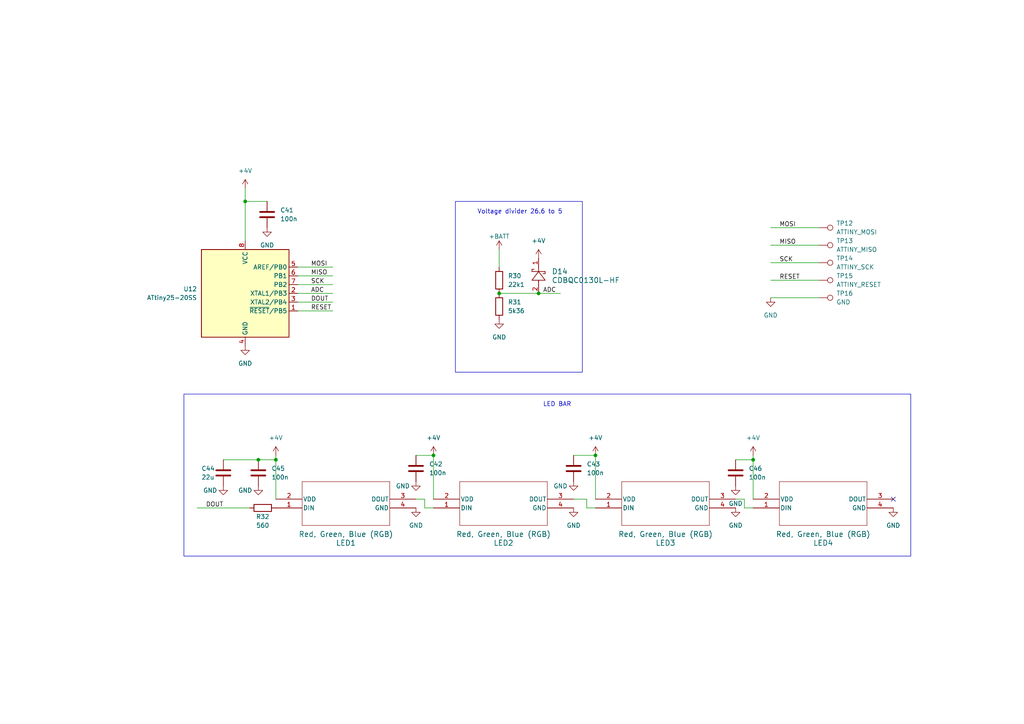
<source format=kicad_sch>
(kicad_sch (version 20231120) (generator "eeschema") (generator_version "8.0")
  (paper "A4")
  (lib_symbols
    (symbol "Connector:TestPoint" (pin_numbers hide) (pin_names (offset 0.762) hide)
      (property "Reference" "TP" (at 0 6.858 0))
      (property "Value" "TestPoint" (at 0 5.08 0))
      (symbol "TestPoint_0_1"
        (circle (center 0 3.302) (radius 0.762))
      )
      (symbol "TestPoint_1_1"
        (pin passive line (at 0 0 90) (length 2.54) (name "1") (number "1"))
      )
    )
    (symbol "Device:C" (pin_numbers hide) (pin_names (offset 0.254))
      (property "Reference" "C" (at 0.635 2.54 0))
      (property "Value" "C" (at 0.635 -2.54 0))
      (symbol "C_0_1"
        (polyline (pts (xy -2.032 -0.762) (xy 2.032 -0.762)) (stroke (width 0.508)))
        (polyline (pts (xy -2.032 0.762) (xy 2.032 0.762)) (stroke (width 0.508)))
      )
      (symbol "C_1_1"
        (pin passive line (at 0 3.81 270) (length 2.794) (name "~") (number "1"))
        (pin passive line (at 0 -3.81 90) (length 2.794) (name "~") (number "2"))
      )
    )
    (symbol "Device:R" (pin_numbers hide) (pin_names (offset 0))
      (property "Reference" "R" (at 2.032 0 90))
      (property "Value" "R" (at 0 0 90))
      (symbol "R_0_1"
        (rectangle (start -1.016 -2.54) (end 1.016 2.54) (stroke (width 0.254)))
      )
      (symbol "R_1_1"
        (pin passive line (at 0 3.81 270) (length 1.27) (name "~") (number "1"))
        (pin passive line (at 0 -3.81 90) (length 1.27) (name "~") (number "2"))
      )
    )
    (symbol "MCU_Microchip_ATtiny:ATtiny25-20SS"
      (property "Reference" "U" (at -12.7 13.97 0))
      (property "Value" "ATtiny25-20SS" (at 2.54 -13.97 0))
      (symbol "ATtiny25-20SS_0_1"
        (rectangle (start -12.7 -12.7) (end 12.7 12.7) (stroke (width 0.254)) (fill (type background)))
      )
      (symbol "ATtiny25-20SS_1_1"
        (pin bidirectional line (at 15.24 -5.08 180) (length 2.54) (name "~{RESET}/PB5") (number "1"))
        (pin bidirectional line (at 15.24 0 180) (length 2.54) (name "XTAL1/PB3") (number "2"))
        (pin bidirectional line (at 15.24 -2.54 180) (length 2.54) (name "XTAL2/PB4") (number "3"))
        (pin power_in line (at 0 -15.24 90) (length 2.54) (name "GND") (number "4"))
        (pin bidirectional line (at 15.24 7.62 180) (length 2.54) (name "AREF/PB0") (number "5"))
        (pin bidirectional line (at 15.24 5.08 180) (length 2.54) (name "PB1") (number "6"))
        (pin bidirectional line (at 15.24 2.54 180) (length 2.54) (name "PB2") (number "7"))
        (pin power_in line (at 0 15.24 270) (length 2.54) (name "VCC") (number "8"))
      )
    )
    (symbol "Project_Library:CDBZC0130L-HF" (pin_names (offset 0.254))
      (property "Reference" "CR" (at 5.08 4.445 0))
      (property "Value" "CDBZC0130L-HF" (at 5.08 -3.81 0))
      (symbol "CDBZC0130L-HF_0_1"
        (polyline (pts (xy 2.54 0) (xy 3.4798 0)) (stroke (width 0.2032)))
        (polyline (pts (xy 3.175 0) (xy 3.81 0)) (stroke (width 0.2032)))
        (polyline (pts (xy 3.81 -1.905) (xy 6.35 0)) (stroke (width 0.2032)))
        (polyline (pts (xy 3.81 1.905) (xy 3.81 -1.905)) (stroke (width 0.2032)))
        (polyline (pts (xy 5.715 -1.905) (xy 5.715 -1.27)) (stroke (width 0.2032)))
        (polyline (pts (xy 6.35 -1.905) (xy 5.715 -1.905)) (stroke (width 0.2032)))
        (polyline (pts (xy 6.35 -1.905) (xy 6.35 1.905)) (stroke (width 0.2032)))
        (polyline (pts (xy 6.35 0) (xy 3.81 1.905)) (stroke (width 0.2032)))
        (polyline (pts (xy 6.35 0) (xy 7.62 0)) (stroke (width 0.2032)))
        (polyline (pts (xy 6.35 1.905) (xy 6.985 1.905)) (stroke (width 0.2032)))
        (polyline (pts (xy 6.985 1.905) (xy 6.985 1.27)) (stroke (width 0.2032)))
      )
      (symbol "CDBZC0130L-HF_1_1"
        (pin passive line (at 10.16 0 180) (length 2.54) (name "") (number "1"))
        (pin passive line (at 0 0 0) (length 2.54) (name "") (number "2"))
      )
    )
    (symbol "Project_Library:IN-PI15TAT5R5G5B" (pin_names (offset 0.254))
      (property "Reference" "LED" (at 20.32 10.16 0))
      (property "Value" "IN-PI15TAT5R5G5B" (at 20.32 7.62 0))
      (symbol "IN-PI15TAT5R5G5B_0_1"
        (polyline (pts (xy 7.62 -7.62) (xy 33.02 -7.62)) (stroke (width 0.127)))
        (polyline (pts (xy 7.62 5.08) (xy 7.62 -7.62)) (stroke (width 0.127)))
        (polyline (pts (xy 33.02 -7.62) (xy 33.02 5.08)) (stroke (width 0.127)))
        (polyline (pts (xy 33.02 5.08) (xy 7.62 5.08)) (stroke (width 0.127)))
        (pin input line (at 0 0 0) (length 7.62) (name "DIN") (number "1"))
        (pin power_in line (at 0 -2.54 0) (length 7.62) (name "VDD") (number "2"))
        (pin output line (at 40.64 -2.54 180) (length 7.62) (name "DOUT") (number "3"))
      )
      (symbol "IN-PI15TAT5R5G5B_1_1"
        (pin power_in line (at 40.64 0 180) (length 7.62) (name "GND") (number "4"))
      )
    )
    (symbol "power:+4V" (power) (pin_names (offset 0))
      (property "Value" "+4V" (at 0 3.556 0))
      (symbol "+4V_0_1"
        (polyline (pts (xy -0.762 1.27) (xy 0 2.54)))
        (polyline (pts (xy 0 0) (xy 0 2.54)))
        (polyline (pts (xy 0 2.54) (xy 0.762 1.27)))
      )
      (symbol "+4V_1_1"
        (pin power_in line (at 0 0 90) (length 0) hide (name "+4V") (number "1"))
      )
    )
    (symbol "power:+BATT" (power) (pin_names (offset 0))
      (property "Value" "+BATT" (at 0 3.556 0))
      (symbol "+BATT_0_1"
        (polyline (pts (xy -0.762 1.27) (xy 0 2.54)))
        (polyline (pts (xy 0 0) (xy 0 2.54)))
        (polyline (pts (xy 0 2.54) (xy 0.762 1.27)))
      )
      (symbol "+BATT_1_1"
        (pin power_in line (at 0 0 90) (length 0) hide (name "+BATT") (number "1"))
      )
    )
    (symbol "power:GND" (power) (pin_names (offset 0))
      (property "Value" "GND" (at 0 -3.81 0))
      (symbol "GND_0_1"
        (polyline (pts (xy 0 0) (xy 0 -1.27) (xy 1.27 -1.27) (xy 0 -2.54) (xy -1.27 -1.27) (xy 0 -1.27)))
      )
      (symbol "GND_1_1"
        (pin power_in line (at 0 0 270) (length 0) hide (name "GND") (number "1"))
      )
    )
  )
  (junction (at 172.72 132.08))
  (junction (at 74.93 133.35))
  (junction (at 218.44 133.35))
  (junction (at 125.73 132.08))
  (junction (at 71.12 58.42))
  (junction (at 156.21 85.09))
  (junction (at 80.01 133.35))
  (junction (at 144.78 85.09))
  (no_connect (at 259.08 144.78))
  (wire (pts (xy 120.65 144.78) (xy 123.19 144.78)))
  (wire (pts (xy 172.72 132.08) (xy 172.72 144.78)))
  (wire (pts (xy 170.18 147.32) (xy 172.72 147.32)))
  (wire (pts (xy 125.73 132.08) (xy 125.73 144.78)))
  (wire (pts (xy 223.52 86.36) (xy 237.49 86.36)))
  (wire (pts (xy 74.93 133.35) (xy 80.01 133.35)))
  (wire (pts (xy 86.36 85.09) (xy 96.52 85.09)))
  (wire (pts (xy 86.36 87.63) (xy 96.52 87.63)))
  (wire (pts (xy 213.36 133.35) (xy 218.44 133.35)))
  (wire (pts (xy 80.01 133.35) (xy 80.01 144.78)))
  (wire (pts (xy 215.9 147.32) (xy 218.44 147.32)))
  (wire (pts (xy 215.9 144.78) (xy 215.9 147.32)))
  (wire (pts (xy 71.12 54.61) (xy 71.12 58.42)))
  (wire (pts (xy 223.52 66.04) (xy 237.49 66.04)))
  (wire (pts (xy 123.19 144.78) (xy 123.19 147.32)))
  (wire (pts (xy 218.44 132.08) (xy 218.44 133.35)))
  (wire (pts (xy 223.52 76.2) (xy 237.49 76.2)))
  (wire (pts (xy 144.78 85.09) (xy 156.21 85.09)))
  (wire (pts (xy 156.21 85.09) (xy 162.56 85.09)))
  (wire (pts (xy 213.36 144.78) (xy 215.9 144.78)))
  (wire (pts (xy 218.44 133.35) (xy 218.44 144.78)))
  (wire (pts (xy 86.36 90.17) (xy 96.52 90.17)))
  (wire (pts (xy 123.19 147.32) (xy 125.73 147.32)))
  (wire (pts (xy 223.52 81.28) (xy 237.49 81.28)))
  (wire (pts (xy 120.65 132.08) (xy 125.73 132.08)))
  (wire (pts (xy 71.12 58.42) (xy 71.12 69.85)))
  (wire (pts (xy 144.78 72.39) (xy 144.78 77.47)))
  (wire (pts (xy 80.01 132.08) (xy 80.01 133.35)))
  (wire (pts (xy 170.18 144.78) (xy 170.18 147.32)))
  (wire (pts (xy 71.12 58.42) (xy 77.47 58.42)))
  (wire (pts (xy 166.37 144.78) (xy 170.18 144.78)))
  (wire (pts (xy 166.37 132.08) (xy 172.72 132.08)))
  (wire (pts (xy 223.52 71.12) (xy 237.49 71.12)))
  (wire (pts (xy 86.36 80.01) (xy 96.52 80.01)))
  (wire (pts (xy 86.36 77.47) (xy 96.52 77.47)))
  (wire (pts (xy 57.15 147.32) (xy 72.39 147.32)))
  (wire (pts (xy 64.77 133.35) (xy 74.93 133.35)))
  (wire (pts (xy 86.36 82.55) (xy 96.52 82.55)))
  (rectangle (start 53.34 114.3) (end 264.16 161.29))
  (rectangle (start 132.08 58.42) (end 168.91 107.95))
  (text "Voltage divider 26.6 to 5" (at 138.43 62.23 0) (effects (font (size 1.27 1.27)) (justify left bottom)))
  (text "LED BAR" (at 157.48 118.11 0) (effects (font (size 1.27 1.27)) (justify left bottom)))
  (label "MISO" (at 90.17 80.01 0))
  (label "MOSI" (at 90.17 77.47 0))
  (label "DOUT" (at 59.69 147.32 0))
  (label "RESET" (at 90.17 90.17 0))
  (label "ADC" (at 157.48 85.09 0))
  (label "SCK" (at 226.06 76.2 0))
  (label "SCK" (at 90.17 82.55 0))
  (label "ADC" (at 90.17 85.09 0))
  (label "MOSI" (at 226.06 66.04 0))
  (label "RESET" (at 226.06 81.28 0))
  (label "DOUT" (at 90.17 87.63 0))
  (label "MISO" (at 226.06 71.12 0))
  (symbol (lib_id "Device:R") (at 144.78 88.9 0) (unit 1)
    (property "Reference" "R31" (at 147.32 87.6299 0) (effects (justify left)))
    (property "Value" "5k36" (at 147.32 90.1699 0) (effects (justify left)))
    (property "Footprint" "Project:R_0201_0603Metric" (effects (hide yes)))
    (property "Tolerance" "1%" (effects (hide yes)))
    (property "Manufactorer" "YAGEO" (effects (hide yes)))
    (property "Part Number" "RC0201FR-074K99L" (effects (hide yes)))
  )
  (symbol (lib_id "Project_Library:IN-PI15TAT5R5G5B") (at 172.72 147.32 0) (mirror x) (unit 1)
    (property "Reference" "LED3" (at 193.04 157.48 0) (effects (font (size 1.524 1.524))))
    (property "Value" "Red, Green, Blue (RGB)" (at 193.04 154.94 0) (effects (font (size 1.524 1.524))))
    (property "Footprint" "Project:IN-PI15_INL" (effects (hide yes)))
    (property "Datasheet" "IN-PI15TAT5R5G5B" (effects (hide yes)))
    (property "Manufactorer" "Inolux" (effects (hide yes)))
    (property "Part Number" "IN-PI15TAT5R5G5B" (effects (hide yes)))
  )
  (symbol (lib_id "power:GND") (at 74.93 140.97 0) (unit 1)
    (property "Reference" "#PWR0183" (effects (hide yes)))
    (property "Value" "GND" (at 71.12 142.24 0))
  )
  (symbol (lib_id "power:+4V") (at 125.73 132.08 0) (unit 1)
    (property "Reference" "#PWR0188" (effects (hide yes)))
    (property "Value" "+4V" (at 125.73 127 0))
  )
  (symbol (lib_id "power:+4V") (at 71.12 54.61 0) (unit 1)
    (property "Reference" "#PWR0181" (effects (hide yes)))
    (property "Value" "+4V" (at 71.12 49.53 0))
  )
  (symbol (lib_id "Device:C") (at 77.47 62.23 0) (unit 1)
    (property "Reference" "C41" (at 81.28 60.96 0) (effects (justify left)))
    (property "Value" "100n" (at 81.28 63.5 0) (effects (justify left)))
    (property "Footprint" "Project:C_0201_0603Metric" (effects (hide yes)))
    (property "Manufactorer" "Murata" (effects (hide yes)))
    (property "Part Number" "GRM033R61C104KE14D" (effects (hide yes)))
    (property "Voltage" "16" (effects (hide yes)))
    (property "Tolerance" "10%" (effects (hide yes)))
  )
  (symbol (lib_id "Device:R") (at 76.2 147.32 270) (unit 1)
    (property "Reference" "R32" (at 76.2 149.86 90))
    (property "Value" "560" (at 76.2 152.4 90))
    (property "Footprint" "Project:R_0201_0603Metric" (effects (hide yes)))
    (property "Manufactorer" "YAGEO" (effects (hide yes)))
    (property "Part Number" "RC0402FR-07560RL" (effects (hide yes)))
    (property "Tolerance" "1%" (effects (hide yes)))
  )
  (symbol (lib_id "Project_Library:IN-PI15TAT5R5G5B") (at 80.01 147.32 0) (mirror x) (unit 1)
    (property "Reference" "LED1" (at 100.33 157.48 0) (effects (font (size 1.524 1.524))))
    (property "Value" "Red, Green, Blue (RGB)" (at 100.33 154.94 0) (effects (font (size 1.524 1.524))))
    (property "Footprint" "Project:IN-PI15_INL" (effects (hide yes)))
    (property "Datasheet" "IN-PI15TAT5R5G5B" (effects (hide yes)))
    (property "Manufactorer" "Inolux" (effects (hide yes)))
    (property "Part Number" "IN-PI15TAT5R5G5B" (effects (hide yes)))
  )
  (symbol (lib_id "Device:C") (at 120.65 135.89 0) (unit 1)
    (property "Reference" "C42" (at 124.46 134.62 0) (effects (justify left)))
    (property "Value" "100n" (at 124.46 137.16 0) (effects (justify left)))
    (property "Footprint" "Project:C_0201_0603Metric" (effects (hide yes)))
    (property "Tolerance" "10%" (effects (hide yes)))
    (property "Manufactorer" "Murata" (effects (hide yes)))
    (property "Part Number" "GRM033R61C104KE14D" (effects (hide yes)))
    (property "Voltage" "16" (effects (hide yes)))
  )
  (symbol (lib_id "power:GND") (at 259.08 147.32 0) (unit 1)
    (property "Reference" "#PWR0198" (effects (hide yes)))
    (property "Value" "GND" (at 259.08 152.4 0))
  )
  (symbol (lib_id "power:GND") (at 223.52 86.36 0) (unit 1)
    (property "Reference" "#PWR0197" (effects (hide yes)))
    (property "Value" "GND" (at 223.52 91.44 0))
  )
  (symbol (lib_id "power:GND") (at 120.65 139.7 0) (unit 1)
    (property "Reference" "#PWR0186" (effects (hide yes)))
    (property "Value" "GND" (at 116.84 140.97 0))
  )
  (symbol (lib_id "power:+4V") (at 218.44 132.08 0) (unit 1)
    (property "Reference" "#PWR0196" (effects (hide yes)))
    (property "Value" "+4V" (at 218.44 127 0))
  )
  (symbol (lib_id "power:GND") (at 64.77 140.97 0) (unit 1)
    (property "Reference" "#PWR0180" (effects (hide yes)))
    (property "Value" "GND" (at 60.96 142.24 0))
  )
  (symbol (lib_id "Device:C") (at 213.36 137.16 0) (unit 1)
    (property "Reference" "C46" (at 217.17 135.89 0) (effects (justify left)))
    (property "Value" "100n" (at 217.17 138.43 0) (effects (justify left)))
    (property "Footprint" "Project:C_0201_0603Metric" (effects (hide yes)))
    (property "Manufactorer" "Murata" (effects (hide yes)))
    (property "Part Number" "GRM033R61C104KE14D" (effects (hide yes)))
    (property "Voltage" "16" (effects (hide yes)))
    (property "Tolerance" "10%" (effects (hide yes)))
  )
  (symbol (lib_id "power:GND") (at 166.37 139.7 0) (unit 1)
    (property "Reference" "#PWR0191" (effects (hide yes)))
    (property "Value" "GND" (at 162.56 140.97 0))
  )
  (symbol (lib_id "Connector:TestPoint") (at 237.49 86.36 270) (mirror x) (unit 1)
    (property "Reference" "TP16" (at 242.57 85.09 90) (effects (justify left)))
    (property "Value" "GND" (at 242.57 87.63 90) (effects (justify left)))
    (property "Footprint" "Project:TestPoint_Pad_1.0x1.5mm" (effects (hide yes)))
    (property "Note" "DNP" (effects (hide yes)))
    (property "Assemby" "Copper pad: no assembly required" (effects (hide yes)))
  )
  (symbol (lib_id "Project_Library:IN-PI15TAT5R5G5B") (at 125.73 147.32 0) (mirror x) (unit 1)
    (property "Reference" "LED2" (at 146.05 157.48 0) (effects (font (size 1.524 1.524))))
    (property "Value" "Red, Green, Blue (RGB)" (at 146.05 154.94 0) (effects (font (size 1.524 1.524))))
    (property "Footprint" "Project:IN-PI15_INL" (effects (hide yes)))
    (property "Datasheet" "IN-PI15TAT5R5G5B" (effects (hide yes)))
    (property "Manufactorer" "Inolux" (effects (hide yes)))
    (property "Part Number" "IN-PI15TAT5R5G5B" (effects (hide yes)))
  )
  (symbol (lib_id "power:+4V") (at 156.21 74.93 0) (unit 1)
    (property "Reference" "#PWR024" (effects (hide yes)))
    (property "Value" "+4V" (at 156.21 69.85 0))
  )
  (symbol (lib_id "power:GND") (at 144.78 92.71 0) (unit 1)
    (property "Reference" "#PWR0190" (effects (hide yes)))
    (property "Value" "GND" (at 144.78 97.79 0))
  )
  (symbol (lib_id "power:+4V") (at 80.01 132.08 0) (unit 1)
    (property "Reference" "#PWR0185" (effects (hide yes)))
    (property "Value" "+4V" (at 80.01 127 0))
  )
  (symbol (lib_id "Device:C") (at 64.77 137.16 0) (unit 1)
    (property "Reference" "C44" (at 58.42 135.89 0) (effects (justify left)))
    (property "Value" "22u" (at 58.42 138.43 0) (effects (justify left)))
    (property "Footprint" "Capacitor_SMD:C_1206_3216Metric" (effects (hide yes)))
    (property "Tolerance" "10%" (effects (hide yes)))
    (property "Manufactorer" "Murata" (effects (hide yes)))
    (property "Part Number" "GRT31CC81C226KE01L" (effects (hide yes)))
    (property "Voltage" "16" (effects (hide yes)))
  )
  (symbol (lib_id "Device:C") (at 166.37 135.89 0) (unit 1)
    (property "Reference" "C43" (at 170.18 134.62 0) (effects (justify left)))
    (property "Value" "100n" (at 170.18 137.16 0) (effects (justify left)))
    (property "Footprint" "Project:C_0201_0603Metric" (effects (hide yes)))
    (property "Manufactorer" "Murata" (effects (hide yes)))
    (property "Part Number" "GRM033R61C104KE14D" (effects (hide yes)))
    (property "Voltage" "16" (effects (hide yes)))
    (property "Tolerance" "10%" (effects (hide yes)))
  )
  (symbol (lib_id "Connector:TestPoint") (at 237.49 81.28 270) (mirror x) (unit 1)
    (property "Reference" "TP15" (at 242.57 80.01 90) (effects (justify left)))
    (property "Value" "ATTINY_RESET" (at 242.57 82.55 90) (effects (justify left)))
    (property "Footprint" "Project:TestPoint_Pad_1.0x1.5mm" (effects (hide yes)))
    (property "Note" "DNP" (effects (hide yes)))
    (property "Assemby" "Copper pad: no assembly required" (effects (hide yes)))
  )
  (symbol (lib_id "power:GND") (at 166.37 147.32 0) (unit 1)
    (property "Reference" "#PWR0192" (effects (hide yes)))
    (property "Value" "GND" (at 166.37 152.4 0))
  )
  (symbol (lib_id "Device:C") (at 74.93 137.16 0) (unit 1)
    (property "Reference" "C45" (at 78.74 135.89 0) (effects (justify left)))
    (property "Value" "100n" (at 78.74 138.43 0) (effects (justify left)))
    (property "Footprint" "Project:C_0201_0603Metric" (effects (hide yes)))
    (property "Manufactorer" "Murata" (effects (hide yes)))
    (property "Part Number" "GRM033R61C104KE14D" (effects (hide yes)))
    (property "Voltage" "16" (effects (hide yes)))
    (property "Tolerance" "10%" (effects (hide yes)))
  )
  (symbol (lib_id "Connector:TestPoint") (at 237.49 76.2 270) (mirror x) (unit 1)
    (property "Reference" "TP14" (at 242.57 74.93 90) (effects (justify left)))
    (property "Value" "ATTINY_SCK" (at 242.57 77.47 90) (effects (justify left)))
    (property "Footprint" "Project:TestPoint_Pad_1.0x1.5mm" (effects (hide yes)))
    (property "Note" "DNP" (effects (hide yes)))
    (property "Assemby" "Copper pad: no assembly required" (effects (hide yes)))
  )
  (symbol (lib_id "power:+BATT") (at 144.78 72.39 0) (unit 1)
    (property "Reference" "#PWR0189" (effects (hide yes)))
    (property "Value" "+BATT" (at 144.78 68.58 0))
  )
  (symbol (lib_id "MCU_Microchip_ATtiny:ATtiny25-20SS") (at 71.12 85.09 0) (unit 1)
    (property "Reference" "U12" (at 57.15 83.82 0) (effects (justify right)))
    (property "Value" "ATtiny25-20SS" (at 57.15 86.36 0) (effects (justify right)))
    (property "Footprint" "Package_SO:SOIC-8_3.9x4.9mm_P1.27mm" (effects (hide yes)))
    (property "Datasheet" "http://ww1.microchip.com/downloads/en/DeviceDoc/atmel-2586-avr-8-bit-microcontroller-attiny25-attiny45-attiny85_datasheet.pdf" (effects (hide yes)))
    (property "Manufactorer" "Microchip Technology" (effects (hide yes)))
    (property "Part Number" "ATTINY25-20SSU" (effects (hide yes)))
  )
  (symbol (lib_id "Connector:TestPoint") (at 237.49 71.12 270) (mirror x) (unit 1)
    (property "Reference" "TP13" (at 242.57 69.85 90) (effects (justify left)))
    (property "Value" "ATTINY_MISO" (at 242.57 72.39 90) (effects (justify left)))
    (property "Footprint" "Project:TestPoint_Pad_1.0x1.5mm" (effects (hide yes)))
    (property "Note" "DNP" (effects (hide yes)))
    (property "Assemby" "Copper pad: no assembly required" (effects (hide yes)))
  )
  (symbol (lib_id "power:GND") (at 213.36 147.32 0) (unit 1)
    (property "Reference" "#PWR0195" (effects (hide yes)))
    (property "Value" "GND" (at 213.36 152.4 0))
  )
  (symbol (lib_id "power:GND") (at 120.65 147.32 0) (unit 1)
    (property "Reference" "#PWR0187" (effects (hide yes)))
    (property "Value" "GND" (at 120.65 152.4 0))
  )
  (symbol (lib_id "power:+4V") (at 172.72 132.08 0) (unit 1)
    (property "Reference" "#PWR0193" (effects (hide yes)))
    (property "Value" "+4V" (at 172.72 127 0))
  )
  (symbol (lib_id "Device:R") (at 144.78 81.28 0) (unit 1)
    (property "Reference" "R30" (at 147.32 80.0099 0) (effects (justify left)))
    (property "Value" "22k1" (at 147.32 82.5499 0) (effects (justify left)))
    (property "Footprint" "Project:R_0201_0603Metric" (effects (hide yes)))
    (property "Tolerance" "1%" (effects (hide yes)))
    (property "Manufactorer" "YAGEO" (effects (hide yes)))
    (property "Part Number" "RC0201FR-0720K5L" (effects (hide yes)))
  )
  (symbol (lib_id "power:GND") (at 77.47 66.04 0) (unit 1)
    (property "Reference" "#PWR0184" (effects (hide yes)))
    (property "Value" "GND" (at 77.47 71.12 0))
  )
  (symbol (lib_id "Connector:TestPoint") (at 237.49 66.04 270) (mirror x) (unit 1)
    (property "Reference" "TP12" (at 242.57 64.77 90) (effects (justify left)))
    (property "Value" "ATTINY_MOSI" (at 242.57 67.31 90) (effects (justify left)))
    (property "Footprint" "Project:TestPoint_Pad_1.0x1.5mm" (effects (hide yes)))
    (property "Note" "DNP" (effects (hide yes)))
    (property "Assemby" "Copper pad: no assembly required" (effects (hide yes)))
  )
  (symbol (lib_id "Project_Library:IN-PI15TAT5R5G5B") (at 218.44 147.32 0) (mirror x) (unit 1)
    (property "Reference" "LED4" (at 238.76 157.48 0) (effects (font (size 1.524 1.524))))
    (property "Value" "Red, Green, Blue (RGB)" (at 238.76 154.94 0) (effects (font (size 1.524 1.524))))
    (property "Footprint" "Project:IN-PI15_INL" (effects (hide yes)))
    (property "Datasheet" "IN-PI15TAT5R5G5B" (effects (hide yes)))
    (property "Manufactorer" "Inolux" (effects (hide yes)))
    (property "Part Number" "IN-PI15TAT5R5G5B" (effects (hide yes)))
  )
  (symbol (lib_id "power:GND") (at 71.12 100.33 0) (unit 1)
    (property "Reference" "#PWR0182" (effects (hide yes)))
    (property "Value" "GND" (at 71.12 105.41 0))
  )
  (symbol (lib_id "Project_Library:CDBZC0130L-HF") (at 156.21 85.09 90) (unit 1)
    (property "Reference" "D14" (at 160.02 78.74 90) (effects (font (size 1.524 1.524)) (justify right)))
    (property "Value" "CDBQC0130L-HF" (at 160.02 81.28 90) (effects (font (size 1.524 1.524)) (justify right)))
    (property "Footprint" "Project:SDO_0201-DFN0603_CIP" (effects (hide yes)))
    (property "Datasheet" "CDBZC0130L-HF" (effects (hide yes)))
    (property "Manufactorer" "Comchip" (effects (hide yes)))
    (property "Part Number" "CDBQC0130L-HF" (effects (hide yes)))
  )
  (symbol (lib_id "power:GND") (at 213.36 140.97 0) (unit 1)
    (property "Reference" "#PWR0194" (effects (hide yes)))
    (property "Value" "GND" (at 213.36 146.05 0))
  )
)
</source>
